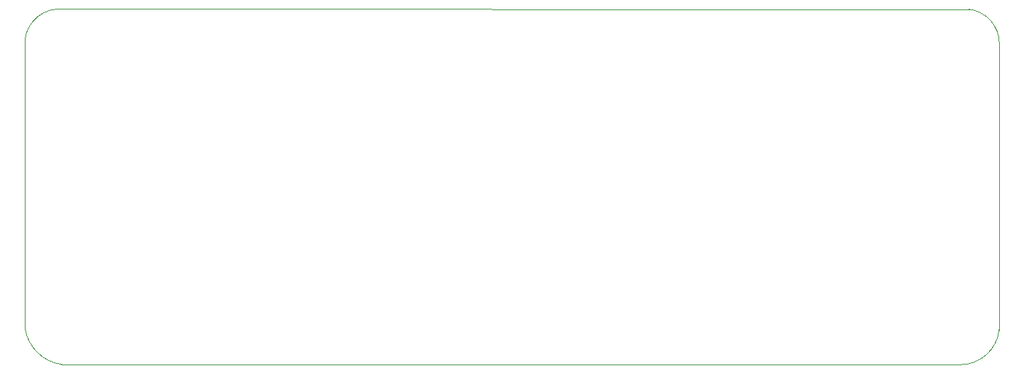
<source format=gm1>
G04 #@! TF.GenerationSoftware,KiCad,Pcbnew,(6.0.10)*
G04 #@! TF.CreationDate,2023-03-10T15:43:37+05:30*
G04 #@! TF.ProjectId,EDL,45444c2e-6b69-4636-9164-5f7063625858,rev?*
G04 #@! TF.SameCoordinates,Original*
G04 #@! TF.FileFunction,Profile,NP*
%FSLAX46Y46*%
G04 Gerber Fmt 4.6, Leading zero omitted, Abs format (unit mm)*
G04 Created by KiCad (PCBNEW (6.0.10)) date 2023-03-10 15:43:37*
%MOMM*%
%LPD*%
G01*
G04 APERTURE LIST*
G04 #@! TA.AperFunction,Profile*
%ADD10C,0.100000*%
G04 #@! TD*
G04 APERTURE END LIST*
D10*
X59535000Y-100170000D02*
X163785000Y-100197692D01*
X55285000Y-95170000D02*
X55285001Y-95920000D01*
X168316128Y-62920000D02*
X168285000Y-96170000D01*
X55285000Y-95920000D02*
G75*
G03*
X59535000Y-100170000I4931800J681800D01*
G01*
X160535000Y-58920000D02*
X164785000Y-58920000D01*
X59033545Y-58896722D02*
G75*
G03*
X55285001Y-63420000I251455J-4023278D01*
G01*
X55285001Y-63420000D02*
X55285000Y-95170000D01*
X163785000Y-100197692D02*
G75*
G03*
X168284999Y-96170000I0J4527692D01*
G01*
X168316128Y-62920000D02*
G75*
G03*
X164785000Y-58920001I-4031128J0D01*
G01*
X59033545Y-58896722D02*
X160535000Y-58920000D01*
M02*

</source>
